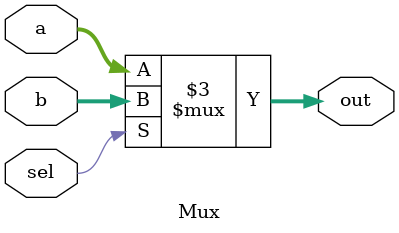
<source format=v>
module Mux 
  (
  input [63:0] a,b,
  input sel,
  output reg [63:0] out
  );
  always @ (sel, a, b)
    begin
      if (sel)
        out <= b;
      else
        out <= a;
    end 
  
endmodule
</source>
